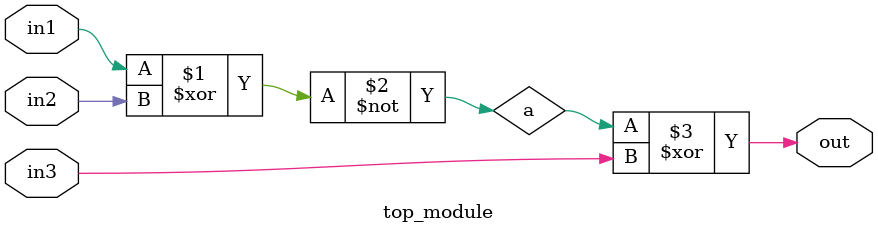
<source format=v>
module top_module (
    input in1,
    input in2,
    input in3,
    output out);
    
    wire a;
    assign a = ~ (in1 ^ in2);
    assign out = a ^ in3;

endmodule

</source>
